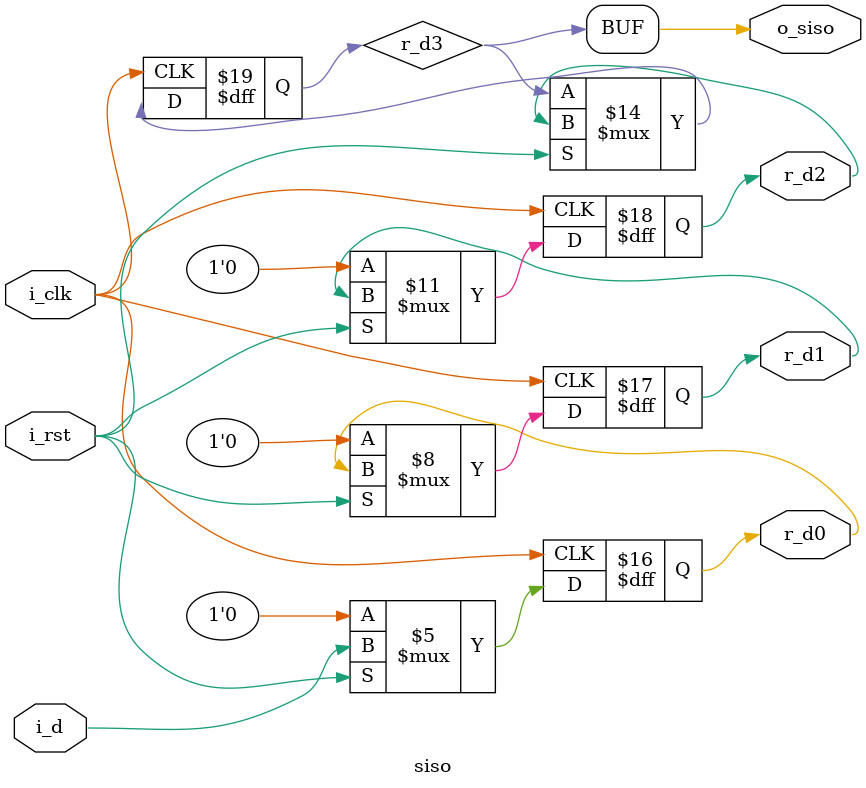
<source format=v>

module siso(
	input 	i_clk,
	input 	i_d,
	input 	i_rst,
	output 	o_siso,
	output 	r_d0,
	output 	r_d1,
	output 	r_d2
);

	reg r_d3;
	reg r_d2;
	reg r_d1;
	reg r_d0;

	initial begin
		r_d2	<= 1'b0;
		r_d1	<= 1'b0;
		r_d0	<= 1'b0;
	end

	always @(posedge i_clk) begin
		if(!i_rst) begin
			r_d2	<= 1'b0;
			r_d1	<= 1'b0;
			r_d0	<= 1'b0;
		end

		else begin
			r_d0 	<= i_d;
			r_d1 	<= r_d0;
			r_d2 	<= r_d1;
			r_d3 	<= r_d2;
		end
	end

	assign o_siso = r_d3;

endmodule

</source>
